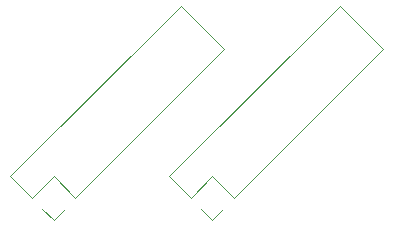
<source format=gbr>
%TF.GenerationSoftware,KiCad,Pcbnew,8.0.4*%
%TF.CreationDate,2024-12-17T16:18:05+07:00*%
%TF.ProjectId,8bit_bus,38626974-5f62-4757-932e-6b696361645f,rev?*%
%TF.SameCoordinates,Original*%
%TF.FileFunction,Legend,Bot*%
%TF.FilePolarity,Positive*%
%FSLAX46Y46*%
G04 Gerber Fmt 4.6, Leading zero omitted, Abs format (unit mm)*
G04 Created by KiCad (PCBNEW 8.0.4) date 2024-12-17 16:18:05*
%MOMM*%
%LPD*%
G01*
G04 APERTURE LIST*
%ADD10C,0.120000*%
G04 APERTURE END LIST*
D10*
%TO.C,J11*%
X27085415Y-49581276D02*
X25246938Y-47742799D01*
X28923893Y-47742799D02*
X27085415Y-49581276D01*
X28923893Y-51419754D02*
X27983441Y-50479302D01*
X29864345Y-50479302D02*
X28923893Y-51419754D01*
X30762371Y-49581276D02*
X28923893Y-47742799D01*
X39700200Y-33289536D02*
X25246938Y-47742799D01*
X43377156Y-36966491D02*
X30762371Y-49581276D01*
X43377156Y-36966491D02*
X39700200Y-33289536D01*
%TO.C,J12*%
X40525415Y-49571276D02*
X38686938Y-47732799D01*
X42363893Y-47732799D02*
X40525415Y-49571276D01*
X42363893Y-51409754D02*
X41423441Y-50469302D01*
X43304345Y-50469302D02*
X42363893Y-51409754D01*
X44202371Y-49571276D02*
X42363893Y-47732799D01*
X53140200Y-33279536D02*
X38686938Y-47732799D01*
X56817156Y-36956491D02*
X44202371Y-49571276D01*
X56817156Y-36956491D02*
X53140200Y-33279536D01*
%TD*%
M02*

</source>
